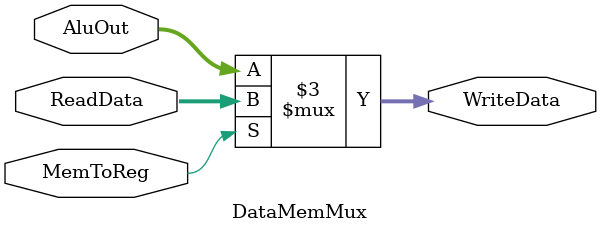
<source format=v>
module DataMemMux(
	input [31:0] AluOut,
	input [31:0] ReadData,
	input MemToReg,
	output reg [31:0] WriteData
);

always@ (*) 
begin
	if(MemToReg)
		WriteData = ReadData;
	else
		WriteData = AluOut;
end
endmodule

</source>
